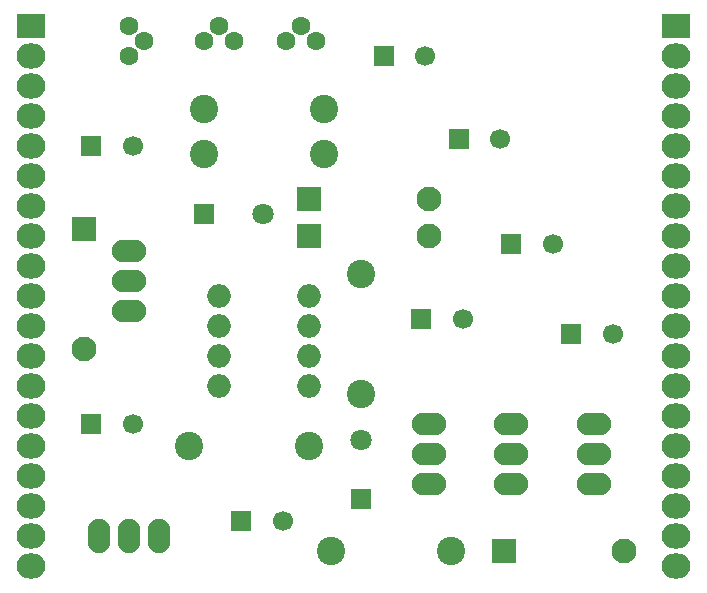
<source format=gbr>
G04 #@! TF.FileFunction,Soldermask,Top*
%FSLAX46Y46*%
G04 Gerber Fmt 4.6, Leading zero omitted, Abs format (unit mm)*
G04 Created by KiCad (PCBNEW 4.0.3+e1-6302~38~ubuntu16.04.1-stable) date Thu Aug 25 17:21:12 2016*
%MOMM*%
%LPD*%
G01*
G04 APERTURE LIST*
%ADD10C,0.100000*%
%ADD11R,1.800000X1.800000*%
%ADD12C,1.800000*%
%ADD13C,1.700000*%
%ADD14R,1.700000X1.700000*%
%ADD15C,2.099260*%
%ADD16R,2.099260X2.099260*%
%ADD17C,1.600000*%
%ADD18C,2.398980*%
%ADD19O,2.000000X2.000000*%
%ADD20O,2.899360X1.901140*%
%ADD21O,1.901140X2.899360*%
%ADD22R,2.432000X2.127200*%
%ADD23O,2.432000X2.127200*%
G04 APERTURE END LIST*
D10*
D11*
X60960000Y-84455000D03*
D12*
X60960000Y-79455000D03*
D11*
X47625000Y-60325000D03*
D12*
X52625000Y-60325000D03*
D13*
X41600000Y-54610000D03*
D14*
X38100000Y-54610000D03*
D13*
X41600000Y-78105000D03*
D14*
X38100000Y-78105000D03*
D13*
X54300000Y-86360000D03*
D14*
X50800000Y-86360000D03*
D13*
X69540000Y-69215000D03*
D14*
X66040000Y-69215000D03*
D13*
X66365000Y-46990000D03*
D14*
X62865000Y-46990000D03*
D13*
X72715000Y-53975000D03*
D14*
X69215000Y-53975000D03*
D13*
X77160000Y-62865000D03*
D14*
X73660000Y-62865000D03*
D13*
X82240000Y-70485000D03*
D14*
X78740000Y-70485000D03*
D15*
X37467540Y-71755520D03*
D16*
X37467540Y-61595520D03*
D15*
X83185520Y-88897460D03*
D16*
X73025520Y-88897460D03*
D15*
X66675520Y-59052460D03*
D16*
X56515520Y-59052460D03*
D15*
X66675520Y-62227460D03*
D16*
X56515520Y-62227460D03*
D17*
X41275000Y-46990000D03*
X42545000Y-45720000D03*
X41275000Y-44450000D03*
X50165000Y-45720000D03*
X48895000Y-44450000D03*
X47625000Y-45720000D03*
X57150000Y-45720000D03*
X55880000Y-44450000D03*
X54610000Y-45720000D03*
D18*
X60960000Y-75565000D03*
X60960000Y-65405000D03*
X58420000Y-88900000D03*
X68580000Y-88900000D03*
X47625000Y-55245000D03*
X57785000Y-55245000D03*
X47625000Y-51435000D03*
X57785000Y-51435000D03*
X46355000Y-80010000D03*
X56515000Y-80010000D03*
D19*
X48895000Y-67310000D03*
X48895000Y-69850000D03*
X48895000Y-72390000D03*
X48895000Y-74930000D03*
X56515000Y-74930000D03*
X56515000Y-72390000D03*
X56515000Y-69850000D03*
X56515000Y-67310000D03*
D20*
X41275000Y-66040000D03*
X41275000Y-63500000D03*
X41275000Y-68580000D03*
D21*
X41275000Y-87630000D03*
X38735000Y-87630000D03*
X43815000Y-87630000D03*
D20*
X66675000Y-80645000D03*
X66675000Y-78105000D03*
X66675000Y-83185000D03*
X80645000Y-80645000D03*
X80645000Y-78105000D03*
X80645000Y-83185000D03*
X73660000Y-80645000D03*
X73660000Y-78105000D03*
X73660000Y-83185000D03*
D22*
X33020000Y-44450000D03*
D23*
X33020000Y-46990000D03*
X33020000Y-49530000D03*
X33020000Y-52070000D03*
X33020000Y-54610000D03*
X33020000Y-57150000D03*
X33020000Y-59690000D03*
X33020000Y-62230000D03*
X33020000Y-64770000D03*
X33020000Y-67310000D03*
X33020000Y-69850000D03*
X33020000Y-72390000D03*
X33020000Y-74930000D03*
X33020000Y-77470000D03*
X33020000Y-80010000D03*
X33020000Y-82550000D03*
X33020000Y-85090000D03*
X33020000Y-87630000D03*
X33020000Y-90170000D03*
D22*
X87630000Y-44450000D03*
D23*
X87630000Y-46990000D03*
X87630000Y-49530000D03*
X87630000Y-52070000D03*
X87630000Y-54610000D03*
X87630000Y-57150000D03*
X87630000Y-59690000D03*
X87630000Y-62230000D03*
X87630000Y-64770000D03*
X87630000Y-67310000D03*
X87630000Y-69850000D03*
X87630000Y-72390000D03*
X87630000Y-74930000D03*
X87630000Y-77470000D03*
X87630000Y-80010000D03*
X87630000Y-82550000D03*
X87630000Y-85090000D03*
X87630000Y-87630000D03*
X87630000Y-90170000D03*
M02*

</source>
